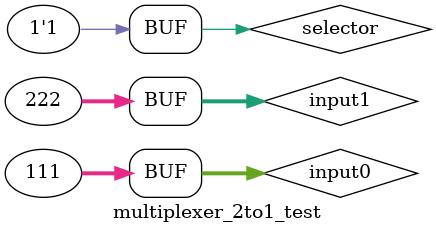
<source format=v>
`timescale 1ns / 1ps

module multiplexer_2to1_test;
	// Inputs
	reg [31:0] input0;
	reg [31:0] input1;
	reg selector;

	// Outputs
	wire [31:0] output0;

	// Instantiate the Unit Under Test (UUT)
	multiplexer_2to1 uut (
		.input0(input0), 
		.input1(input1), 
		.selector(selector), 
		.output0(output0)
	);

	initial
	begin
		input0 = 111;
		input1 = 222;
		selector = 0;
		#500;
		input0 = 111;
		input1 = 222;
		selector = 1;
		#100;
	end
endmodule

</source>
